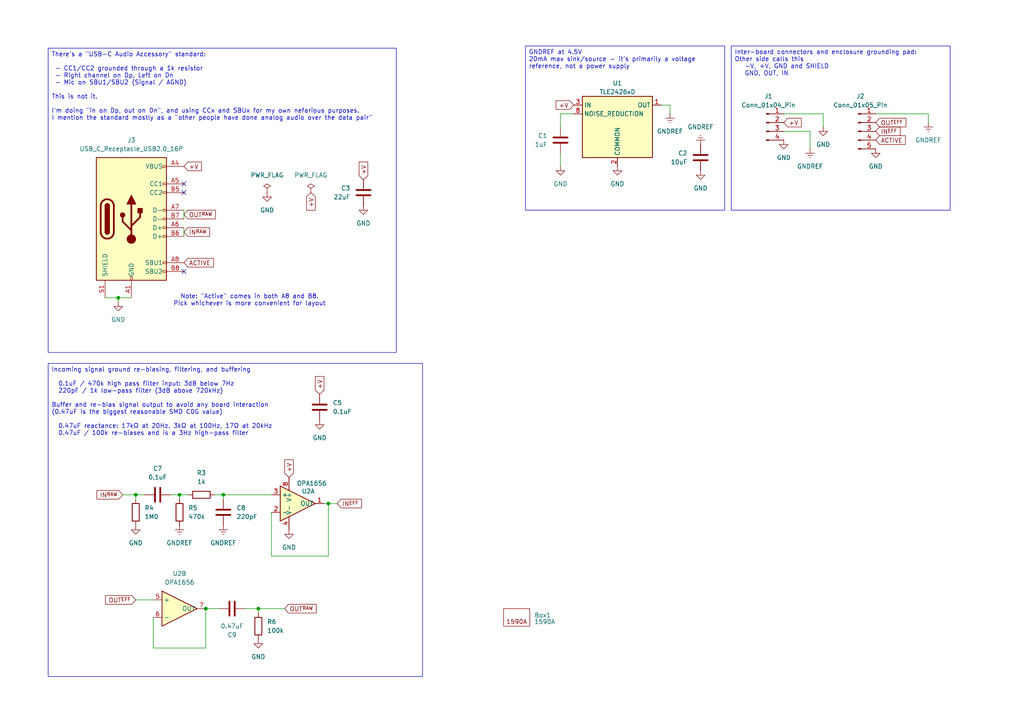
<source format=kicad_sch>
(kicad_sch (version 20250114) (generator "eeschema") (generator_version "9.0")
  (paper "A4")
  (title_block (title "Conversion board for connector testing") (date "2025-06-26") (rev "v1.0"))
  (lib_symbols
    (symbol "Connector:Conn_01x04_Pin" (pin_names (offset 1.016) (hide yes))
      (property "Reference" "J" (at 0 5.08 0))
      (property "Value" "Conn_01x04_Pin" (at 0 -7.62 0))
      (symbol "Conn_01x04_Pin_1_1"
        (rectangle (start 0.8636 2.667) (end 0 2.413) (stroke (width 0.1524)) (fill (type outline)))
        (rectangle (start 0.8636 0.127) (end 0 -0.127) (stroke (width 0.1524)) (fill (type outline)))
        (rectangle (start 0.8636 -2.413) (end 0 -2.667) (stroke (width 0.1524)) (fill (type outline)))
        (rectangle (start 0.8636 -4.953) (end 0 -5.207) (stroke (width 0.1524)) (fill (type outline)))
        (polyline (pts (xy 1.27 2.54) (xy 0.8636 2.54)) (stroke (width 0.1524)))
        (polyline (pts (xy 1.27 0) (xy 0.8636 0)) (stroke (width 0.1524)))
        (polyline (pts (xy 1.27 -2.54) (xy 0.8636 -2.54)) (stroke (width 0.1524)))
        (polyline (pts (xy 1.27 -5.08) (xy 0.8636 -5.08)) (stroke (width 0.1524)))
        (pin passive line (at 5.08 2.54 180) (length 3.81) (name "Pin_1") (number "1"))
        (pin passive line (at 5.08 0 180) (length 3.81) (name "Pin_2") (number "2"))
        (pin passive line (at 5.08 -2.54 180) (length 3.81) (name "Pin_3") (number "3"))
        (pin passive line (at 5.08 -5.08 180) (length 3.81) (name "Pin_4") (number "4"))
      )
    )
    (symbol "Connector:Conn_01x05_Pin" (pin_names (offset 1.016) (hide yes))
      (property "Reference" "J" (at 0 7.62 0))
      (property "Value" "Conn_01x05_Pin" (at 0 -7.62 0))
      (symbol "Conn_01x05_Pin_1_1"
        (rectangle (start 0.8636 5.207) (end 0 4.953) (stroke (width 0.1524)) (fill (type outline)))
        (rectangle (start 0.8636 2.667) (end 0 2.413) (stroke (width 0.1524)) (fill (type outline)))
        (rectangle (start 0.8636 0.127) (end 0 -0.127) (stroke (width 0.1524)) (fill (type outline)))
        (rectangle (start 0.8636 -2.413) (end 0 -2.667) (stroke (width 0.1524)) (fill (type outline)))
        (rectangle (start 0.8636 -4.953) (end 0 -5.207) (stroke (width 0.1524)) (fill (type outline)))
        (polyline (pts (xy 1.27 5.08) (xy 0.8636 5.08)) (stroke (width 0.1524)))
        (polyline (pts (xy 1.27 2.54) (xy 0.8636 2.54)) (stroke (width 0.1524)))
        (polyline (pts (xy 1.27 0) (xy 0.8636 0)) (stroke (width 0.1524)))
        (polyline (pts (xy 1.27 -2.54) (xy 0.8636 -2.54)) (stroke (width 0.1524)))
        (polyline (pts (xy 1.27 -5.08) (xy 0.8636 -5.08)) (stroke (width 0.1524)))
        (pin passive line (at 5.08 5.08 180) (length 3.81) (name "Pin_1") (number "1"))
        (pin passive line (at 5.08 2.54 180) (length 3.81) (name "Pin_2") (number "2"))
        (pin passive line (at 5.08 0 180) (length 3.81) (name "Pin_3") (number "3"))
        (pin passive line (at 5.08 -2.54 180) (length 3.81) (name "Pin_4") (number "4"))
        (pin passive line (at 5.08 -5.08 180) (length 3.81) (name "Pin_5") (number "5"))
      )
    )
    (symbol "Connector:USB_C_Receptacle_USB2.0_16P" (pin_names (offset 1.016))
      (property "Reference" "J" (at 0 22.225 0))
      (property "Value" "USB_C_Receptacle_USB2.0_16P" (at 0 19.685 0))
      (symbol "USB_C_Receptacle_USB2.0_16P_0_0"
        (rectangle (start -0.254 -17.78) (end 0.254 -16.764))
        (rectangle (start 10.16 15.494) (end 9.144 14.986))
        (rectangle (start 10.16 10.414) (end 9.144 9.906))
        (rectangle (start 10.16 7.874) (end 9.144 7.366))
        (rectangle (start 10.16 2.794) (end 9.144 2.286))
        (rectangle (start 10.16 0.254) (end 9.144 -0.254))
        (rectangle (start 10.16 -2.286) (end 9.144 -2.794))
        (rectangle (start 10.16 -4.826) (end 9.144 -5.334))
        (rectangle (start 10.16 -12.446) (end 9.144 -12.954))
        (rectangle (start 10.16 -14.986) (end 9.144 -15.494))
      )
      (symbol "USB_C_Receptacle_USB2.0_16P_0_1"
        (rectangle (start -10.16 17.78) (end 10.16 -17.78) (stroke (width 0.254)) (fill (type background)))
        (polyline (pts (xy -8.89 -3.81) (xy -8.89 3.81)) (stroke (width 0.508)))
        (rectangle (start -7.62 -3.81) (end -6.35 3.81) (stroke (width 0.254)) (fill (type outline)))
        (arc (start -7.62 3.81) (mid -6.985 4.4423) (end -6.35 3.81) (stroke (width 0.254)))
        (arc (start -7.62 3.81) (mid -6.985 4.4423) (end -6.35 3.81) (stroke (width 0.254)) (fill (type outline)))
        (arc (start -8.89 3.81) (mid -6.985 5.7067) (end -5.08 3.81) (stroke (width 0.508)))
        (arc (start -5.08 -3.81) (mid -6.985 -5.7067) (end -8.89 -3.81) (stroke (width 0.508)))
        (arc (start -6.35 -3.81) (mid -6.985 -4.4423) (end -7.62 -3.81) (stroke (width 0.254)))
        (arc (start -6.35 -3.81) (mid -6.985 -4.4423) (end -7.62 -3.81) (stroke (width 0.254)) (fill (type outline)))
        (polyline (pts (xy -5.08 3.81) (xy -5.08 -3.81)) (stroke (width 0.508)))
        (circle (center -2.54 1.143) (radius 0.635) (stroke (width 0.254)) (fill (type outline)))
        (polyline (pts (xy -1.27 4.318) (xy 0 6.858) (xy 1.27 4.318) (xy -1.27 4.318)) (stroke (width 0.254)) (fill (type outline)))
        (polyline (pts (xy 0 -2.032) (xy 2.54 0.508) (xy 2.54 1.778)) (stroke (width 0.508)))
        (polyline (pts (xy 0 -3.302) (xy -2.54 -0.762) (xy -2.54 0.508)) (stroke (width 0.508)))
        (polyline (pts (xy 0 -5.842) (xy 0 4.318)) (stroke (width 0.508)))
        (circle (center 0 -5.842) (radius 1.27) (fill (type outline)))
        (rectangle (start 1.905 1.778) (end 3.175 3.048) (stroke (width 0.254)) (fill (type outline)))
      )
      (symbol "USB_C_Receptacle_USB2.0_16P_1_1"
        (pin passive line (at -7.62 -22.86 90) (length 5.08) (name "SHIELD") (number "S1"))
        (pin passive line (at 0 -22.86 90) (length 5.08) (name "GND") (number "A1"))
        (pin passive line (at 0 -22.86 90) (length 5.08) (hide yes) (name "GND") (number "A12"))
        (pin passive line (at 0 -22.86 90) (length 5.08) (hide yes) (name "GND") (number "B1"))
        (pin passive line (at 0 -22.86 90) (length 5.08) (hide yes) (name "GND") (number "B12"))
        (pin passive line (at 15.24 15.24 180) (length 5.08) (name "VBUS") (number "A4"))
        (pin passive line (at 15.24 15.24 180) (length 5.08) (hide yes) (name "VBUS") (number "A9"))
        (pin passive line (at 15.24 15.24 180) (length 5.08) (hide yes) (name "VBUS") (number "B4"))
        (pin passive line (at 15.24 15.24 180) (length 5.08) (hide yes) (name "VBUS") (number "B9"))
        (pin bidirectional line (at 15.24 10.16 180) (length 5.08) (name "CC1") (number "A5"))
        (pin bidirectional line (at 15.24 7.62 180) (length 5.08) (name "CC2") (number "B5"))
        (pin bidirectional line (at 15.24 2.54 180) (length 5.08) (name "D-") (number "A7"))
        (pin bidirectional line (at 15.24 0 180) (length 5.08) (name "D-") (number "B7"))
        (pin bidirectional line (at 15.24 -2.54 180) (length 5.08) (name "D+") (number "A6"))
        (pin bidirectional line (at 15.24 -5.08 180) (length 5.08) (name "D+") (number "B6"))
        (pin bidirectional line (at 15.24 -12.7 180) (length 5.08) (name "SBU1") (number "A8"))
        (pin bidirectional line (at 15.24 -15.24 180) (length 5.08) (name "SBU2") (number "B8"))
      )
    )
    (symbol "Device:C" (pin_numbers (hide yes)) (pin_names (offset 0.254))
      (property "Reference" "C" (at 0.635 2.54 0))
      (property "Value" "C" (at 0.635 -2.54 0))
      (symbol "C_0_1"
        (polyline (pts (xy -2.032 0.762) (xy 2.032 0.762)) (stroke (width 0.508)))
        (polyline (pts (xy -2.032 -0.762) (xy 2.032 -0.762)) (stroke (width 0.508)))
      )
      (symbol "C_1_1"
        (pin passive line (at 0 3.81 270) (length 2.794) (name "~") (number "1"))
        (pin passive line (at 0 -3.81 90) (length 2.794) (name "~") (number "2"))
      )
    )
    (symbol "Device:R" (pin_numbers (hide yes)) (pin_names (offset 0))
      (property "Reference" "R" (at 2.032 0 90))
      (property "Value" "R" (at 0 0 90))
      (symbol "R_0_1"
        (rectangle (start -1.016 -2.54) (end 1.016 2.54) (stroke (width 0.254)))
      )
      (symbol "R_1_1"
        (pin passive line (at 0 3.81 270) (length 1.27) (name "~") (number "1"))
        (pin passive line (at 0 -3.81 90) (length 1.27) (name "~") (number "2"))
      )
    )
    (symbol "Mylib:Enclosure_1590A" (exclude_from_sim yes)
      (property "Reference" "Box" (at 0 0 0))
      (symbol "Enclosure_1590A_0_1"
        (rectangle (start -3.81 1.27) (end 3.81 -3.81))
      )
      (symbol "Enclosure_1590A_1_1"
        (text "1590A" (at 0 -2.54 0) (effects (font (size 1.27 1.27))))
      )
    )
    (symbol "Mylib:OPA1656"
      (property "Reference" "U" (at 8.89 5.08 0))
      (property "Value" "OPA1656" (at 2.54 11.43 0))
      (symbol "OPA1656_0_1"
        (polyline (pts (xy -2.54 5.08) (xy 7.62 0) (xy -2.54 -5.08) (xy -2.54 5.08)) (stroke (width 0.254)) (fill (type background)))
      )
      (symbol "OPA1656_1_1"
        (pin input line (at -5.08 2.54 0) (length 2.54) (name "+") (number "3"))
        (pin input line (at -5.08 -2.54 0) (length 2.54) (name "-") (number "2"))
        (pin power_in line (at 0 7.62 270) (length 3.81) (name "V+") (number "8"))
        (pin power_in line (at 0 -7.62 90) (length 3.81) (name "V-") (number "4"))
        (pin output line (at 10.16 0 180) (length 2.54) (name "OUT") (number "1"))
      )
      (symbol "OPA1656_2_1"
        (pin input line (at -5.08 2.54 0) (length 2.54) (name "+") (number "5"))
        (pin input line (at -5.08 -2.54 0) (length 2.54) (name "-") (number "6"))
        (pin output line (at 10.16 0 180) (length 2.54) (name "OUT") (number "7"))
      )
    )
    (symbol "Reference_Voltage:TLE2426xD"
      (property "Reference" "U" (at -10.414 8.89 0))
      (property "Value" "TLE2426xD" (at 10.16 8.89 0))
      (symbol "TLE2426xD_0_1"
        (rectangle (start -10.16 7.62) (end 10.16 -10.16) (stroke (width 0.254)) (fill (type background)))
      )
      (symbol "TLE2426xD_1_1"
        (pin power_in line (at -12.7 5.08 0) (length 2.54) (name "IN") (number "3"))
        (pin passive line (at -12.7 2.54 0) (length 2.54) (name "NOISE_REDUCTION") (number "8"))
        (pin no_connect line (at -10.16 0 0) (length 2.54) (hide yes) (name "NC") (number "4"))
        (pin no_connect line (at -10.16 -2.54 0) (length 2.54) (hide yes) (name "NC") (number "5"))
        (pin power_in line (at 0 -12.7 90) (length 2.54) (name "COMMON") (number "2"))
        (pin no_connect line (at 10.16 0 180) (length 2.54) (hide yes) (name "NC") (number "6"))
        (pin no_connect line (at 10.16 -2.54 180) (length 2.54) (hide yes) (name "NC") (number "7"))
        (pin power_out line (at 12.7 5.08 180) (length 2.54) (name "OUT") (number "1"))
      )
    )
    (symbol "power:GND" (power) (pin_numbers (hide yes)) (pin_names (offset 0) (hide yes))
      (property "Value" "GND" (at 0 -3.81 0))
      (symbol "GND_0_1"
        (polyline (pts (xy 0 0) (xy 0 -1.27) (xy 1.27 -1.27) (xy 0 -2.54) (xy -1.27 -1.27) (xy 0 -1.27)))
      )
      (symbol "GND_1_1"
        (pin power_in line (at 0 0 270) (length 0) (name "~") (number "1"))
      )
    )
    (symbol "power:GNDREF" (power) (pin_numbers (hide yes)) (pin_names (offset 0) (hide yes))
      (property "Value" "GNDREF" (at 0 -3.81 0))
      (symbol "GNDREF_0_1"
        (polyline (pts (xy -0.635 -1.905) (xy 0.635 -1.905)))
        (polyline (pts (xy -0.127 -2.54) (xy 0.127 -2.54)))
        (polyline (pts (xy 0 -1.27) (xy 0 0)))
        (polyline (pts (xy 1.27 -1.27) (xy -1.27 -1.27)))
      )
      (symbol "GNDREF_1_1"
        (pin power_in line (at 0 0 270) (length 0) (name "~") (number "1"))
      )
    )
    (symbol "power:PWR_FLAG" (power) (pin_numbers (hide yes)) (pin_names (offset 0) (hide yes))
      (property "Value" "PWR_FLAG" (at 0 3.81 0))
      (symbol "PWR_FLAG_0_0"
        (pin power_out line (at 0 0 90) (length 0) (name "~") (number "1"))
      )
      (symbol "PWR_FLAG_0_1"
        (polyline (pts (xy 0 0) (xy 0 1.27) (xy -1.016 1.905) (xy 0 2.54) (xy 1.016 1.905) (xy 0 1.27)))
      )
    )
  )
  (text "Note: \"Active\" comes in both A8 and B8.\nPick whichever is more convenient for layout" (at 72.39 87.122 0) (effects (font (size 1.27 1.27))))
  (text_box "GNDREF at 4.5V\n20mA max sink/source - it's primarily a voltage reference, not a power supply" (at 152.4 13.335 0) (size 57.785 47.625) (margins 0.9525 0.9525 0.9525 0.9525) (effects (font (size 1.27 1.27)) (justify left top)))
  (text_box "Incoming signal ground re-biasing, filtering, and buffering\n\n  0.1uF / 470k high pass filter input: 3dB below 7Hz\n  220pF / 1k low-pass filter (3dB above 720kHz)\n\nBuffer and re-bias signal output to avoid any board interaction\n(0.47uF is the biggest reasonable SMD C0G value)\n\n  0.47uF reactance: 17kΩ at 20Hz, 3kΩ at 100Hz, 17Ω at 20kHz\n  0.47uF / 100k re-biases and is a 3Hz high-pass filter" (at 13.97 105.41 0) (size 108.585 90.805) (margins 0.9525 0.9525 0.9525 0.9525) (effects (font (size 1.27 1.27)) (justify left top)))
  (text_box "Inter-board connectors and enclosure grounding pad:\nOther side calls this\n   -V, +V, GND and SHIELD\n   GND, OUT, IN" (at 212.09 13.335 0) (size 63.5 47.625) (margins 0.9525 0.9525 0.9525 0.9525) (effects (font (size 1.27 1.27)) (justify left top)))
  (text_box "There's a \"USB-C Audio Accessory\" standard:\n\n - CC1/CC2 grounded through a 1k resistor\n - Right channel on Dp, Left on Dn\n - Mic on SBU1/SBU2 (Signal / AGND)\n\nThis is not it.\n\nI'm doing \"in on Dp, out on Dn\", and using CCx and SBUx for my own nefarious purposes.\nI mention the standard mostly as a \"other people have done analog audio over the data pair\"" (at 13.97 13.97 0) (size 100.965 88.265) (margins 0.9525 0.9525 0.9525 0.9525) (effects (font (size 1.27 1.27)) (justify left top)))
  (junction (at 52.07 143.51))
  (junction (at 34.29 86.36))
  (junction (at 74.93 176.53))
  (junction (at 59.69 176.53))
  (junction (at 64.77 143.51))
  (junction (at 39.37 143.51))
  (junction (at 95.25 146.05))
  (no_connect (at 53.34 78.74))
  (no_connect (at 53.34 53.34))
  (no_connect (at 53.34 55.88))
  (wire (pts (xy 53.34 60.96) (xy 53.34 63.5)))
  (wire (pts (xy 34.29 86.36) (xy 34.29 87.63)))
  (wire (pts (xy 238.76 33.02) (xy 238.76 36.83)))
  (wire (pts (xy 64.77 144.78) (xy 64.77 143.51)))
  (wire (pts (xy 35.56 143.51) (xy 39.37 143.51)))
  (wire (pts (xy 39.37 143.51) (xy 39.37 144.78)))
  (wire (pts (xy 39.37 173.99) (xy 44.45 173.99)))
  (wire (pts (xy 49.53 143.51) (xy 52.07 143.51)))
  (wire (pts (xy 74.93 176.53) (xy 71.12 176.53)))
  (wire (pts (xy 78.74 161.29) (xy 78.74 148.59)))
  (wire (pts (xy 44.45 179.07) (xy 44.45 187.96)))
  (wire (pts (xy 95.25 146.05) (xy 97.79 146.05)))
  (wire (pts (xy 30.48 86.36) (xy 34.29 86.36)))
  (wire (pts (xy 34.29 86.36) (xy 38.1 86.36)))
  (wire (pts (xy 93.98 146.05) (xy 95.25 146.05)))
  (wire (pts (xy 52.07 143.51) (xy 52.07 144.78)))
  (wire (pts (xy 162.56 44.45) (xy 162.56 48.26)))
  (wire (pts (xy 59.69 176.53) (xy 63.5 176.53)))
  (wire (pts (xy 78.74 161.29) (xy 95.25 161.29)))
  (wire (pts (xy 166.37 33.02) (xy 162.56 33.02)))
  (wire (pts (xy 191.77 30.48) (xy 194.31 30.48)))
  (wire (pts (xy 62.23 143.51) (xy 64.77 143.51)))
  (wire (pts (xy 254 33.02) (xy 269.24 33.02)))
  (wire (pts (xy 162.56 33.02) (xy 162.56 36.83)))
  (wire (pts (xy 194.31 30.48) (xy 194.31 33.02)))
  (wire (pts (xy 52.07 143.51) (xy 54.61 143.51)))
  (wire (pts (xy 227.33 33.02) (xy 238.76 33.02)))
  (wire (pts (xy 44.45 187.96) (xy 59.69 187.96)))
  (wire (pts (xy 53.34 66.04) (xy 53.34 68.58)))
  (wire (pts (xy 74.93 176.53) (xy 74.93 177.8)))
  (wire (pts (xy 64.77 143.51) (xy 78.74 143.51)))
  (wire (pts (xy 227.33 38.1) (xy 234.95 38.1)))
  (wire (pts (xy 269.24 33.02) (xy 269.24 35.56)))
  (wire (pts (xy 39.37 143.51) (xy 41.91 143.51)))
  (wire (pts (xy 74.93 176.53) (xy 82.55 176.53)))
  (wire (pts (xy 59.69 187.96) (xy 59.69 176.53)))
  (wire (pts (xy 234.95 38.1) (xy 234.95 43.18)))
  (wire (pts (xy 95.25 146.05) (xy 95.25 161.29)))
  (global_label "OUT^{EFF}" (shape input) (at 254 35.56 0) (property "Intersheetrefs" "${INTERSHEET_REFS}" (effects (hide yes))))
  (global_label "+V" (shape input) (at 227.33 35.56 0) (property "Intersheetrefs" "${INTERSHEET_REFS}" (effects (hide yes))))
  (global_label "+V" (shape input) (at 90.17 55.88 270) (property "Intersheetrefs" "${INTERSHEET_REFS}" (effects (hide yes))))
  (global_label "IN^{RAW}" (shape input) (at 53.34 67.31 0) (property "Intersheetrefs" "${INTERSHEET_REFS}" (effects (hide yes))))
  (global_label "OUT^{RAW}" (shape input) (at 53.34 62.23 0) (property "Intersheetrefs" "${INTERSHEET_REFS}" (effects (hide yes))))
  (global_label "+V" (shape input) (at 83.82 138.43 90) (property "Intersheetrefs" "${INTERSHEET_REFS}" (effects (hide yes))))
  (global_label "+V" (shape input) (at 166.37 30.48 180) (property "Intersheetrefs" "${INTERSHEET_REFS}" (effects (hide yes))))
  (global_label "IN^{RAW}" (shape input) (at 35.56 143.51 180) (property "Intersheetrefs" "${INTERSHEET_REFS}" (effects (hide yes))))
  (global_label "IN^{EFF}" (shape input) (at 254 38.1 0) (property "Intersheetrefs" "${INTERSHEET_REFS}" (effects (hide yes))))
  (global_label "ACTIVE" (shape input) (at 53.34 76.2 0) (property "Intersheetrefs" "${INTERSHEET_REFS}" (effects (hide yes))))
  (global_label "+V" (shape input) (at 53.34 48.26 0) (property "Intersheetrefs" "${INTERSHEET_REFS}" (effects (hide yes))))
  (global_label "+V" (shape input) (at 105.41 52.07 90) (property "Intersheetrefs" "${INTERSHEET_REFS}" (effects (hide yes))))
  (global_label "IN^{EFF}" (shape input) (at 97.79 146.05 0) (property "Intersheetrefs" "${INTERSHEET_REFS}" (effects (hide yes))))
  (global_label "OUT^{RAW}" (shape input) (at 82.55 176.53 0) (property "Intersheetrefs" "${INTERSHEET_REFS}" (effects (hide yes))))
  (global_label "+V" (shape input) (at 92.71 114.3 90) (property "Intersheetrefs" "${INTERSHEET_REFS}" (effects (hide yes))))
  (global_label "OUT^{EFF}" (shape input) (at 39.37 173.99 180) (property "Intersheetrefs" "${INTERSHEET_REFS}" (effects (hide yes))))
  (global_label "ACTIVE" (shape input) (at 254 40.64 0) (property "Intersheetrefs" "${INTERSHEET_REFS}" (effects (hide yes))))
  (symbol (lib_id "power:GNDREF") (at 64.77 152.4 0) (unit 1)
    (property "Reference" "#PWR022" (effects (hide yes)))
    (property "Value" "GNDREF" (at 64.77 157.48 0))
    (property "Description" "Power symbol creates a global label with name \"GNDREF\" , reference supply ground" (effects (hide yes)))
  )
  (symbol (lib_id "power:GND") (at 39.37 152.4 0) (unit 1)
    (property "Reference" "#PWR020" (effects (hide yes)))
    (property "Value" "GND" (at 39.37 157.48 0))
    (property "Description" "Power symbol creates a global label with name \"GND\" , ground" (effects (hide yes)))
  )
  (symbol (lib_id "power:GND") (at 238.76 36.83 0) (unit 1)
    (property "Reference" "#PWR04" (effects (hide yes)))
    (property "Value" "GND" (at 238.76 41.91 0))
    (property "Description" "Power symbol creates a global label with name \"GND\" , ground" (effects (hide yes)))
  )
  (symbol (lib_id "power:GNDREF") (at 194.31 33.02 0) (unit 1)
    (property "Reference" "#PWR02" (effects (hide yes)))
    (property "Value" "GNDREF" (at 194.31 38.1 0))
    (property "Description" "Power symbol creates a global label with name \"GNDREF\" , reference supply ground" (effects (hide yes)))
  )
  (symbol (lib_id "power:GND") (at 254 43.18 0) (unit 1)
    (property "Reference" "#PWR09" (effects (hide yes)))
    (property "Value" "GND" (at 254 48.26 0))
    (property "Description" "Power symbol creates a global label with name \"GND\" , ground" (effects (hide yes)))
  )
  (symbol (lib_id "Device:C") (at 92.71 118.11 0) (unit 1)
    (property "Reference" "C5" (at 96.52 116.8399 0) (effects (justify left)))
    (property "Value" "0.1uF" (at 96.52 119.3799 0) (effects (justify left)))
    (property "Footprint" "Mylib:C_0704_1810Metric" (effects (hide yes)))
    (property "Description" "Unpolarized capacitor" (effects (hide yes)))
  )
  (symbol (lib_id "power:GND") (at 83.82 153.67 0) (unit 1)
    (property "Reference" "#PWR05" (effects (hide yes)))
    (property "Value" "GND" (at 83.82 158.75 0))
    (property "Description" "Power symbol creates a global label with name \"GND\" , ground" (effects (hide yes)))
  )
  (symbol (lib_id "power:GND") (at 77.47 55.88 0) (unit 1)
    (property "Reference" "#PWR01" (effects (hide yes)))
    (property "Value" "GND" (at 77.47 60.96 0))
    (property "Description" "Power symbol creates a global label with name \"GND\" , ground" (effects (hide yes)))
  )
  (symbol (lib_id "Mylib:OPA1656") (at 49.53 176.53 0) (unit 2)
    (property "Reference" "U2" (at 52.07 166.37 0))
    (property "Value" "OPA1656" (at 52.07 168.91 0))
    (property "Footprint" "Package_SO:SOIC-8_3.9x4.9mm_P1.27mm" (effects (hide yes)))
    (property "Datasheet" "https://ti.com/lit/ds/symlink/opa1655.pdf" (effects (hide yes)))
    (property "Description" "Dual audio op-amp" (effects (hide yes)))
    (property "Sim.Library" "${KIPRJMOD}/../../symbols/dual1656.lib" (effects (hide yes)))
    (property "Sim.Name" "DUAL1656" (effects (hide yes)))
    (property "Sim.Device" "SUBCKT" (effects (hide yes)))
    (property "Sim.Pins" "1=OUTA 2=INA- 3=INA+ 4=V- 5=INB+ 6=INB- 7=OUTB 8=V+" (effects (hide yes)))
  )
  (symbol (lib_id "Device:C") (at 67.31 176.53 270) (unit 1)
    (property "Reference" "C9" (at 67.31 184.15 90))
    (property "Value" "0.47uF" (at 67.31 181.61 90))
    (property "Footprint" "Capacitor_SMD:C_1206_3216Metric_Pad1.33x1.80mm_HandSolder" (effects (hide yes)))
    (property "Description" "Unpolarized capacitor" (effects (hide yes)))
  )
  (symbol (lib_id "power:GND") (at 203.2 49.53 0) (unit 1)
    (property "Reference" "#PWR013" (effects (hide yes)))
    (property "Value" "GND" (at 203.2 54.61 0))
    (property "Description" "Power symbol creates a global label with name \"GND\" , ground" (effects (hide yes)))
  )
  (symbol (lib_id "Device:C") (at 45.72 143.51 90) (unit 1)
    (property "Reference" "C7" (at 45.72 135.89 90))
    (property "Value" "0.1uF" (at 45.72 138.43 90))
    (property "Footprint" "Mylib:C_0704_1810Metric" (effects (hide yes)))
    (property "Description" "Unpolarized capacitor" (effects (hide yes)))
  )
  (symbol (lib_id "Device:C") (at 64.77 148.59 0) (unit 1)
    (property "Reference" "C8" (at 68.58 147.3199 0) (effects (justify left)))
    (property "Value" "220pF" (at 68.58 149.8599 0) (effects (justify left)))
    (property "Footprint" "Capacitor_SMD:C_0805_2012Metric_Pad1.18x1.45mm_HandSolder" (effects (hide yes)))
    (property "Description" "Unpolarized capacitor" (effects (hide yes)))
  )
  (symbol (lib_id "power:GNDREF") (at 52.07 152.4 0) (unit 1)
    (property "Reference" "#PWR021" (effects (hide yes)))
    (property "Value" "GNDREF" (at 52.07 157.48 0))
    (property "Description" "Power symbol creates a global label with name \"GNDREF\" , reference supply ground" (effects (hide yes)))
  )
  (symbol (lib_id "power:GND") (at 227.33 40.64 0) (unit 1)
    (property "Reference" "#PWR06" (effects (hide yes)))
    (property "Value" "GND" (at 227.33 45.72 0))
    (property "Description" "Power symbol creates a global label with name \"GND\" , ground" (effects (hide yes)))
  )
  (symbol (lib_id "Device:C") (at 105.41 55.88 0) (mirror y) (unit 1)
    (property "Reference" "C3" (at 101.6 54.6099 0) (effects (justify left)))
    (property "Value" "22uF" (at 101.6 57.1499 0) (effects (justify left)))
    (property "Footprint" "Capacitor_SMD:C_1206_3216Metric_Pad1.33x1.80mm_HandSolder" (effects (hide yes)))
    (property "Description" "Unpolarized capacitor" (effects (hide yes)))
  )
  (symbol (lib_id "Mylib:OPA1656") (at 83.82 146.05 0) (unit 1)
    (property "Reference" "U2" (at 89.408 142.494 0))
    (property "Value" "OPA1656" (at 90.424 140.208 0))
    (property "Footprint" "Package_SO:SOIC-8_3.9x4.9mm_P1.27mm" (effects (hide yes)))
    (property "Datasheet" "https://ti.com/lit/ds/symlink/opa1655.pdf" (effects (hide yes)))
    (property "Description" "Dual audio op-amp" (effects (hide yes)))
    (property "Sim.Library" "${KIPRJMOD}/../../symbols/dual1656.lib" (effects (hide yes)))
    (property "Sim.Name" "DUAL1656" (effects (hide yes)))
    (property "Sim.Device" "SUBCKT" (effects (hide yes)))
    (property "Sim.Pins" "1=OUTA 2=INA- 3=INA+ 4=V- 5=INB+ 6=INB- 7=OUTB 8=V+" (effects (hide yes)))
  )
  (symbol (lib_id "Device:R") (at 74.93 181.61 0) (unit 1)
    (property "Reference" "R6" (at 77.47 180.3399 0) (effects (justify left)))
    (property "Value" "100k" (at 77.47 182.8799 0) (effects (justify left)))
    (property "Footprint" "Resistor_SMD:R_0805_2012Metric_Pad1.20x1.40mm_HandSolder" (effects (hide yes)))
    (property "Description" "Resistor" (effects (hide yes)))
  )
  (symbol (lib_id "Device:C") (at 203.2 45.72 0) (mirror y) (unit 1)
    (property "Reference" "C2" (at 199.39 44.4499 0) (effects (justify left)))
    (property "Value" "10uF" (at 199.39 46.9899 0) (effects (justify left)))
    (property "Footprint" "Capacitor_SMD:C_1206_3216Metric_Pad1.33x1.80mm_HandSolder" (effects (hide yes)))
    (property "Description" "Unpolarized capacitor" (effects (hide yes)))
  )
  (symbol (lib_id "Device:C") (at 162.56 40.64 0) (mirror y) (unit 1)
    (property "Reference" "C1" (at 158.75 39.3699 0) (effects (justify left)))
    (property "Value" "1uF" (at 158.75 41.9099 0) (effects (justify left)))
    (property "Footprint" "Capacitor_SMD:C_1206_3216Metric_Pad1.33x1.80mm_HandSolder" (effects (hide yes)))
    (property "Description" "Unpolarized capacitor" (effects (hide yes)))
  )
  (symbol (lib_id "power:GND") (at 105.41 59.69 0) (unit 1)
    (property "Reference" "#PWR015" (effects (hide yes)))
    (property "Value" "GND" (at 105.41 64.77 0))
    (property "Description" "Power symbol creates a global label with name \"GND\" , ground" (effects (hide yes)))
  )
  (symbol (lib_id "Device:R") (at 39.37 148.59 0) (unit 1)
    (property "Reference" "R4" (at 41.91 147.3199 0) (effects (justify left)))
    (property "Value" "1M0" (at 41.91 149.8599 0) (effects (justify left)))
    (property "Footprint" "Resistor_SMD:R_0805_2012Metric_Pad1.20x1.40mm_HandSolder" (effects (hide yes)))
    (property "Description" "Resistor" (effects (hide yes)))
  )
  (symbol (lib_id "Mylib:Enclosure_1590A") (at 149.86 177.8 0) (unit 1) (exclude_from_sim yes)
    (property "Reference" "Box1" (at 154.94 178.4349 0) (effects (justify left)))
    (property "Value" "1590A" (at 154.94 180.34 0) (effects (justify left)))
    (property "Footprint" "Mylib:1590A" (effects (hide yes)))
  )
  (symbol (lib_id "power:PWR_FLAG") (at 90.17 55.88 0) (unit 1)
    (property "Reference" "#FLG03" (effects (hide yes)))
    (property "Value" "PWR_FLAG" (at 90.17 50.8 0))
    (property "Description" "Special symbol for telling ERC where power comes from" (effects (hide yes)))
  )
  (symbol (lib_id "power:GND") (at 92.71 121.92 0) (unit 1)
    (property "Reference" "#PWR018" (effects (hide yes)))
    (property "Value" "GND" (at 92.71 127 0))
    (property "Description" "Power symbol creates a global label with name \"GND\" , ground" (effects (hide yes)))
  )
  (symbol (lib_id "Connector:Conn_01x04_Pin") (at 222.25 35.56 0) (unit 1) (exclude_from_sim yes)
    (property "Reference" "J1" (at 222.885 27.94 0))
    (property "Value" "Conn_01x04_Pin" (at 222.885 30.48 0))
    (property "Footprint" "Connector_PinSocket_2.54mm:PinSocket_1x04_P2.54mm_Vertical" (effects (hide yes)))
    (property "Description" "Generic connector, single row, 01x04, script generated" (effects (hide yes)))
  )
  (symbol (lib_id "Connector:USB_C_Receptacle_USB2.0_16P") (at 38.1 63.5 0) (unit 1) (exclude_from_sim yes)
    (property "Reference" "J3" (at 38.1 40.64 0))
    (property "Value" "USB_C_Receptacle_USB2.0_16P" (at 38.1 43.18 0))
    (property "Footprint" "Connector_USB:USB_C_Receptacle_GCT_USB4085" (effects (hide yes)))
    (property "Datasheet" "https://www.usb.org/sites/default/files/documents/usb_type-c.zip" (effects (hide yes)))
    (property "Description" "USB 2.0-only 16P Type-C Receptacle connector" (effects (hide yes)))
  )
  (symbol (lib_id "power:PWR_FLAG") (at 77.47 55.88 0) (unit 1)
    (property "Reference" "#FLG01" (effects (hide yes)))
    (property "Value" "PWR_FLAG" (at 77.47 50.8 0))
    (property "Description" "Special symbol for telling ERC where power comes from" (effects (hide yes)))
  )
  (symbol (lib_id "Reference_Voltage:TLE2426xD") (at 179.07 35.56 0) (unit 1) (exclude_from_sim yes)
    (property "Reference" "U1" (at 179.07 24.13 0))
    (property "Value" "TLE2426xD" (at 179.07 26.67 0))
    (property "Footprint" "Package_SO:SOIC-8_3.9x4.9mm_P1.27mm" (effects (hide yes)))
    (property "Datasheet" "http://www.ti.com/lit/ds/symlink/tle2426.pdf" (effects (hide yes)))
    (property "Description" "Precision virtual ground, noise reduction pin, 4V to 40V input, SOIC-8" (effects (hide yes)))
  )
  (symbol (lib_id "power:GNDREF") (at 203.2 41.91 180) (unit 1)
    (property "Reference" "#PWR07" (effects (hide yes)))
    (property "Value" "GNDREF" (at 203.2 36.83 0))
    (property "Description" "Power symbol creates a global label with name \"GNDREF\" , reference supply ground" (effects (hide yes)))
  )
  (symbol (lib_id "power:GND") (at 74.93 185.42 0) (unit 1)
    (property "Reference" "#PWR023" (effects (hide yes)))
    (property "Value" "GND" (at 74.93 190.5 0))
    (property "Description" "Power symbol creates a global label with name \"GND\" , ground" (effects (hide yes)))
  )
  (symbol (lib_id "power:GND") (at 162.56 48.26 0) (unit 1)
    (property "Reference" "#PWR011" (effects (hide yes)))
    (property "Value" "GND" (at 162.56 53.34 0))
    (property "Description" "Power symbol creates a global label with name \"GND\" , ground" (effects (hide yes)))
  )
  (symbol (lib_id "power:GNDREF") (at 269.24 35.56 0) (unit 1)
    (property "Reference" "#PWR03" (effects (hide yes)))
    (property "Value" "GNDREF" (at 269.24 40.64 0))
    (property "Description" "Power symbol creates a global label with name \"GNDREF\" , reference supply ground" (effects (hide yes)))
  )
  (symbol (lib_id "Connector:Conn_01x05_Pin") (at 248.92 38.1 0) (unit 1) (exclude_from_sim yes)
    (property "Reference" "J2" (at 249.555 27.94 0))
    (property "Value" "Conn_01x05_Pin" (at 249.555 30.48 0))
    (property "Footprint" "Connector_PinSocket_2.54mm:PinSocket_1x05_P2.54mm_Vertical" (effects (hide yes)))
    (property "Description" "Generic connector, single row, 01x05, script generated" (effects (hide yes)))
  )
  (symbol (lib_id "power:GND") (at 34.29 87.63 0) (unit 1)
    (property "Reference" "#PWR010" (effects (hide yes)))
    (property "Value" "GND" (at 34.29 92.71 0))
    (property "Description" "Power symbol creates a global label with name \"GND\" , ground" (effects (hide yes)))
  )
  (symbol (lib_id "power:GNDREF") (at 234.95 43.18 0) (unit 1)
    (property "Reference" "#PWR08" (effects (hide yes)))
    (property "Value" "GNDREF" (at 234.95 48.26 0))
    (property "Description" "Power symbol creates a global label with name \"GNDREF\" , reference supply ground" (effects (hide yes)))
  )
  (symbol (lib_id "Device:R") (at 58.42 143.51 90) (unit 1)
    (property "Reference" "R3" (at 58.42 137.16 90))
    (property "Value" "1k" (at 58.42 139.7 90))
    (property "Footprint" "Resistor_SMD:R_0805_2012Metric_Pad1.20x1.40mm_HandSolder" (effects (hide yes)))
    (property "Description" "Resistor" (effects (hide yes)))
  )
  (symbol (lib_id "Device:R") (at 52.07 148.59 0) (unit 1)
    (property "Reference" "R5" (at 54.61 147.3199 0) (effects (justify left)))
    (property "Value" "470k" (at 54.61 149.8599 0) (effects (justify left)))
    (property "Footprint" "Resistor_SMD:R_0805_2012Metric_Pad1.20x1.40mm_HandSolder" (effects (hide yes)))
    (property "Description" "Resistor" (effects (hide yes)))
  )
  (symbol (lib_id "power:GND") (at 179.07 48.26 0) (unit 1)
    (property "Reference" "#PWR012" (effects (hide yes)))
    (property "Value" "GND" (at 179.07 53.34 0))
    (property "Description" "Power symbol creates a global label with name \"GND\" , ground" (effects (hide yes)))
  )
)
</source>
